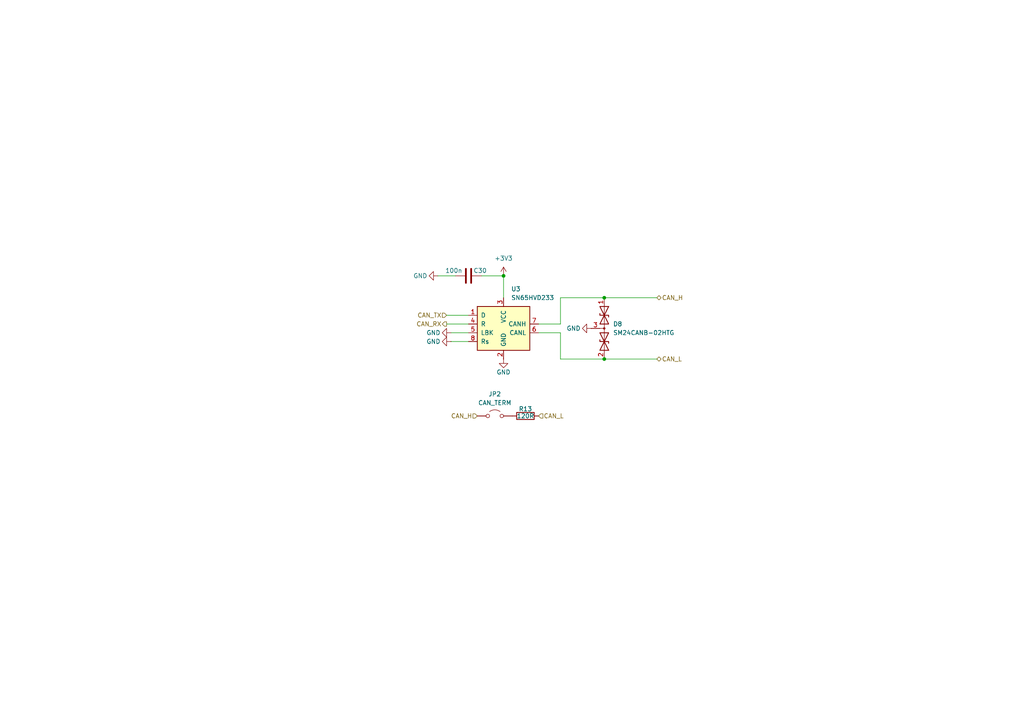
<source format=kicad_sch>
(kicad_sch (version 20231120) (generator "eeschema") (generator_version "8.0")
  (paper "A4")
  (lib_symbols
    (symbol "Device:C" (pin_numbers hide) (pin_names (offset 0.254))
      (property "Reference" "C" (at 0.635 2.54 0))
      (property "Value" "C" (at 0.635 -2.54 0))
      (symbol "C_0_1"
        (polyline (pts (xy -2.032 -0.762) (xy 2.032 -0.762)) (stroke (width 0.508)))
        (polyline (pts (xy -2.032 0.762) (xy 2.032 0.762)) (stroke (width 0.508)))
      )
      (symbol "C_1_1"
        (pin passive line (at 0 3.81 270) (length 2.794) (name "~") (number "1"))
        (pin passive line (at 0 -3.81 90) (length 2.794) (name "~") (number "2"))
      )
    )
    (symbol "Device:D_TVS_Dual_AAC" (pin_names (offset 1.016) hide)
      (property "Reference" "D" (at 0 4.445 0))
      (property "Value" "D_TVS_Dual_AAC" (at 0 2.54 0))
      (symbol "D_TVS_Dual_AAC_0_0"
        (polyline (pts (xy 0 -1.27) (xy 0 0)))
      )
      (symbol "D_TVS_Dual_AAC_0_1"
        (polyline (pts (xy -6.35 0) (xy 6.35 0)))
        (polyline (pts (xy -3.302 1.27) (xy -3.81 1.27) (xy -3.81 -1.27) (xy -4.318 -1.27)) (stroke (width 0.254)))
        (polyline (pts (xy 4.318 1.27) (xy 3.81 1.27) (xy 3.81 -1.27) (xy 3.302 -1.27)) (stroke (width 0.254)))
        (polyline (pts (xy -6.35 1.27) (xy -1.27 -1.27) (xy -1.27 1.27) (xy -6.35 -1.27) (xy -6.35 1.27)) (stroke (width 0.254)))
        (polyline (pts (xy 6.35 1.27) (xy 1.27 -1.27) (xy 1.27 1.27) (xy 6.35 -1.27) (xy 6.35 1.27)) (stroke (width 0.254)))
        (circle (center 0 0) (radius 0.254) (fill (type outline)))
      )
      (symbol "D_TVS_Dual_AAC_1_1"
        (pin passive line (at -8.89 0 0) (length 2.54) (name "A1") (number "1"))
        (pin passive line (at 8.89 0 180) (length 2.54) (name "A2") (number "2"))
        (pin passive line (at 0 -3.81 90) (length 2.54) (name "common") (number "3"))
      )
    )
    (symbol "Device:R" (pin_numbers hide) (pin_names (offset 0))
      (property "Reference" "R" (at 2.032 0 90))
      (property "Value" "R" (at 0 0 90))
      (symbol "R_0_1"
        (rectangle (start -1.016 -2.54) (end 1.016 2.54) (stroke (width 0.254)))
      )
      (symbol "R_1_1"
        (pin passive line (at 0 3.81 270) (length 1.27) (name "~") (number "1"))
        (pin passive line (at 0 -3.81 90) (length 1.27) (name "~") (number "2"))
      )
    )
    (symbol "Interface_CAN_LIN:SN65HVD233" (pin_names (offset 1.016))
      (property "Reference" "U" (at -2.54 10.16 0))
      (property "Value" "SN65HVD233" (at -2.54 7.62 0))
      (symbol "SN65HVD233_0_1"
        (rectangle (start -7.62 5.08) (end 7.62 -7.62) (stroke (width 0.254)) (fill (type background)))
      )
      (symbol "SN65HVD233_1_1"
        (pin input line (at -10.16 2.54 0) (length 2.54) (name "D") (number "1"))
        (pin power_in line (at 0 -10.16 90) (length 2.54) (name "GND") (number "2"))
        (pin power_in line (at 0 7.62 270) (length 2.54) (name "VCC") (number "3"))
        (pin output line (at -10.16 0 0) (length 2.54) (name "R") (number "4"))
        (pin input line (at -10.16 -2.54 0) (length 2.54) (name "LBK") (number "5"))
        (pin bidirectional line (at 10.16 -2.54 180) (length 2.54) (name "CANL") (number "6"))
        (pin bidirectional line (at 10.16 0 180) (length 2.54) (name "CANH") (number "7"))
        (pin input line (at -10.16 -5.08 0) (length 2.54) (name "Rs") (number "8"))
      )
    )
    (symbol "Jumper:Jumper_2_Open" (pin_numbers hide) (pin_names (offset 0) hide) (exclude_from_sim yes)
      (property "Reference" "JP" (at 0 2.794 0))
      (property "Value" "Jumper_2_Open" (at 0 -2.286 0))
      (symbol "Jumper_2_Open_0_0"
        (circle (center -2.032 0) (radius 0.508))
        (circle (center 2.032 0) (radius 0.508))
      )
      (symbol "Jumper_2_Open_0_1"
        (arc (start 1.524 1.27) (mid 0 1.778) (end -1.524 1.27))
      )
      (symbol "Jumper_2_Open_1_1"
        (pin passive line (at -5.08 0 0) (length 2.54) (name "A") (number "1"))
        (pin passive line (at 5.08 0 180) (length 2.54) (name "B") (number "2"))
      )
    )
    (symbol "power:+3V3" (power) (pin_numbers hide) (pin_names (offset 0) hide)
      (property "Value" "+3V3" (at 0 3.556 0))
      (symbol "+3V3_0_1"
        (polyline (pts (xy -0.762 1.27) (xy 0 2.54)))
        (polyline (pts (xy 0 0) (xy 0 2.54)))
        (polyline (pts (xy 0 2.54) (xy 0.762 1.27)))
      )
      (symbol "+3V3_1_1"
        (pin power_in line (at 0 0 90) (length 0) (name "~") (number "1"))
      )
    )
    (symbol "power:GND" (power) (pin_numbers hide) (pin_names (offset 0) hide)
      (property "Value" "GND" (at 0 -3.81 0))
      (symbol "GND_0_1"
        (polyline (pts (xy 0 0) (xy 0 -1.27) (xy 1.27 -1.27) (xy 0 -2.54) (xy -1.27 -1.27) (xy 0 -1.27)))
      )
      (symbol "GND_1_1"
        (pin power_in line (at 0 0 270) (length 0) (name "~") (number "1"))
      )
    )
  )
  (junction (at 146.05 80.01))
  (junction (at 175.26 104.14))
  (junction (at 175.26 86.36))
  (wire (pts (xy 129.54 93.98) (xy 135.89 93.98)))
  (wire (pts (xy 156.21 96.52) (xy 162.56 96.52)))
  (wire (pts (xy 162.56 86.36) (xy 175.26 86.36)))
  (wire (pts (xy 146.05 80.01) (xy 146.05 86.36)))
  (wire (pts (xy 162.56 96.52) (xy 162.56 104.14)))
  (wire (pts (xy 139.7 80.01) (xy 146.05 80.01)))
  (wire (pts (xy 175.26 86.36) (xy 190.5 86.36)))
  (wire (pts (xy 162.56 104.14) (xy 175.26 104.14)))
  (wire (pts (xy 162.56 93.98) (xy 162.56 86.36)))
  (wire (pts (xy 129.54 91.44) (xy 135.89 91.44)))
  (wire (pts (xy 156.21 93.98) (xy 162.56 93.98)))
  (wire (pts (xy 127 80.01) (xy 132.08 80.01)))
  (wire (pts (xy 175.26 104.14) (xy 190.5 104.14)))
  (wire (pts (xy 130.81 99.06) (xy 135.89 99.06)))
  (wire (pts (xy 130.81 96.52) (xy 135.89 96.52)))
  (hierarchical_label "CAN_H" (shape input) (at 138.43 120.65 180))
  (hierarchical_label "CAN_TX" (shape input) (at 129.54 91.44 180))
  (hierarchical_label "CAN_L" (shape bidirectional) (at 190.5 104.14 0))
  (hierarchical_label "CAN_L" (shape input) (at 156.21 120.65 0))
  (hierarchical_label "CAN_RX" (shape output) (at 129.54 93.98 180))
  (hierarchical_label "CAN_H" (shape bidirectional) (at 190.5 86.36 0))
  (symbol (lib_id "power:+3V3") (at 146.05 80.01 0) (unit 1)
    (property "Reference" "#PWR073" (effects (hide yes)))
    (property "Value" "+3V3" (at 146.05 74.93 0))
    (property "Description" "Power symbol creates a global label with name \"+3V3\"" (effects (hide yes)))
    (instances (project "EIM" (path "" (reference "#PWR073") (unit 1)) (path "" (reference "#PWR079") (unit 1))) (project "EIM" (path "" (reference "#PWR073") (unit 1))))
  )
  (symbol (lib_id "Jumper:Jumper_2_Open") (at 143.51 120.65 0) (unit 1) (exclude_from_sim yes)
    (property "Reference" "JP2" (at 143.51 114.3 0))
    (property "Value" "CAN_TERM" (at 143.51 116.84 0))
    (property "Footprint" "Jumper:SolderJumper-2_P1.3mm_Open_RoundedPad1.0x1.5mm" (effects (hide yes)))
    (property "Description" "Jumper, 2-pole, open" (effects (hide yes)))
    (instances (project "EIM" (path "" (reference "JP2") (unit 1)) (path "" (reference "JP3") (unit 1))) (project "EIM" (path "" (reference "JP2") (unit 1))))
  )
  (symbol (lib_id "Device:R") (at 152.4 120.65 90) (unit 1)
    (property "Reference" "R13" (at 152.4 118.618 90))
    (property "Value" "120R" (at 152.4 120.65 90))
    (property "Footprint" "Resistor_THT:R_Axial_DIN0207_L6.3mm_D2.5mm_P10.16mm_Horizontal" (effects (hide yes)))
    (property "Description" "Resistor" (effects (hide yes)))
    (instances (project "EIM" (path "" (reference "R13") (unit 1)) (path "" (reference "R14") (unit 1))) (project "EIM" (path "" (reference "R13") (unit 1))))
  )
  (symbol (lib_id "power:GND") (at 171.45 95.25 270) (unit 1)
    (property "Reference" "#PWR075" (effects (hide yes)))
    (property "Value" "GND" (at 168.402 95.25 90) (effects (justify right)))
    (property "Description" "Power symbol creates a global label with name \"GND\" , ground" (effects (hide yes)))
    (instances (project "EIM" (path "" (reference "#PWR075") (unit 1)) (path "" (reference "#PWR081") (unit 1))) (project "EIM" (path "" (reference "#PWR075") (unit 1))))
  )
  (symbol (lib_id "Device:D_TVS_Dual_AAC") (at 175.26 95.25 270) (unit 1)
    (property "Reference" "D8" (at 177.8 93.9799 90) (effects (justify left)))
    (property "Value" "SM24CANB-02HTG" (at 177.8 96.5199 90) (effects (justify left)))
    (property "Footprint" "Package_TO_SOT_SMD:SOT-23-3" (effects (hide yes)))
    (property "Description" "Bidirectional dual transient-voltage-suppression diode, center on pin 3" (effects (hide yes)))
    (instances (project "EIM" (path "" (reference "D8") (unit 1)) (path "" (reference "D9") (unit 1))) (project "EIM" (path "" (reference "D8") (unit 1))))
  )
  (symbol (lib_id "Device:C") (at 135.89 80.01 90) (unit 1)
    (property "Reference" "C30" (at 141.224 78.486 90) (effects (justify left)))
    (property "Value" "100n" (at 134.112 78.486 90) (effects (justify left)))
    (property "Footprint" "Capacitor_SMD:C_0805_2012Metric_Pad1.18x1.45mm_HandSolder" (effects (hide yes)))
    (property "Description" "Unpolarized capacitor" (effects (hide yes)))
    (instances (project "EIM" (path "" (reference "C30") (unit 1)) (path "" (reference "C31") (unit 1))) (project "EIM" (path "" (reference "C30") (unit 1))))
  )
  (symbol (lib_id "power:GND") (at 146.05 104.14 0) (unit 1)
    (property "Reference" "#PWR074" (effects (hide yes)))
    (property "Value" "GND" (at 148.082 107.95 0) (effects (justify right)))
    (property "Description" "Power symbol creates a global label with name \"GND\" , ground" (effects (hide yes)))
    (instances (project "EIM" (path "" (reference "#PWR074") (unit 1)) (path "" (reference "#PWR080") (unit 1))) (project "EIM" (path "" (reference "#PWR074") (unit 1))))
  )
  (symbol (lib_id "power:GND") (at 130.81 96.52 270) (unit 1)
    (property "Reference" "#PWR071" (effects (hide yes)))
    (property "Value" "GND" (at 127.762 96.52 90) (effects (justify right)))
    (property "Description" "Power symbol creates a global label with name \"GND\" , ground" (effects (hide yes)))
    (instances (project "EIM" (path "" (reference "#PWR071") (unit 1)) (path "" (reference "#PWR077") (unit 1))) (project "EIM" (path "" (reference "#PWR071") (unit 1))))
  )
  (symbol (lib_id "power:GND") (at 130.81 99.06 270) (unit 1)
    (property "Reference" "#PWR072" (effects (hide yes)))
    (property "Value" "GND" (at 127.762 99.06 90) (effects (justify right)))
    (property "Description" "Power symbol creates a global label with name \"GND\" , ground" (effects (hide yes)))
    (instances (project "EIM" (path "" (reference "#PWR072") (unit 1)) (path "" (reference "#PWR078") (unit 1))) (project "EIM" (path "" (reference "#PWR072") (unit 1))))
  )
  (symbol (lib_id "power:GND") (at 127 80.01 270) (unit 1)
    (property "Reference" "#PWR070" (effects (hide yes)))
    (property "Value" "GND" (at 123.952 80.01 90) (effects (justify right)))
    (property "Description" "Power symbol creates a global label with name \"GND\" , ground" (effects (hide yes)))
    (instances (project "EIM" (path "" (reference "#PWR070") (unit 1)) (path "" (reference "#PWR076") (unit 1))) (project "EIM" (path "" (reference "#PWR070") (unit 1))))
  )
  (symbol (lib_id "Interface_CAN_LIN:SN65HVD233") (at 146.05 93.98 0) (unit 1)
    (property "Reference" "U3" (at 148.2441 83.82 0) (effects (justify left)))
    (property "Value" "SN65HVD233" (at 148.2441 86.36 0) (effects (justify left)))
    (property "Footprint" "Package_SO:SOIC-8_3.9x4.9mm_P1.27mm" (effects (hide yes)))
    (property "Datasheet" "http://www.ti.com/lit/ds/symlink/sn65hvd234.pdf" (effects (hide yes)))
    (property "Description" "CAN Bus Transceiver, 3.3V, 1Mbps, Loopback feature, SOIC-8" (effects (hide yes)))
    (instances (project "EIM" (path "" (reference "U3") (unit 1)) (path "" (reference "U4") (unit 1))) (project "EIM" (path "" (reference "U3") (unit 1))))
  )
)
</source>
